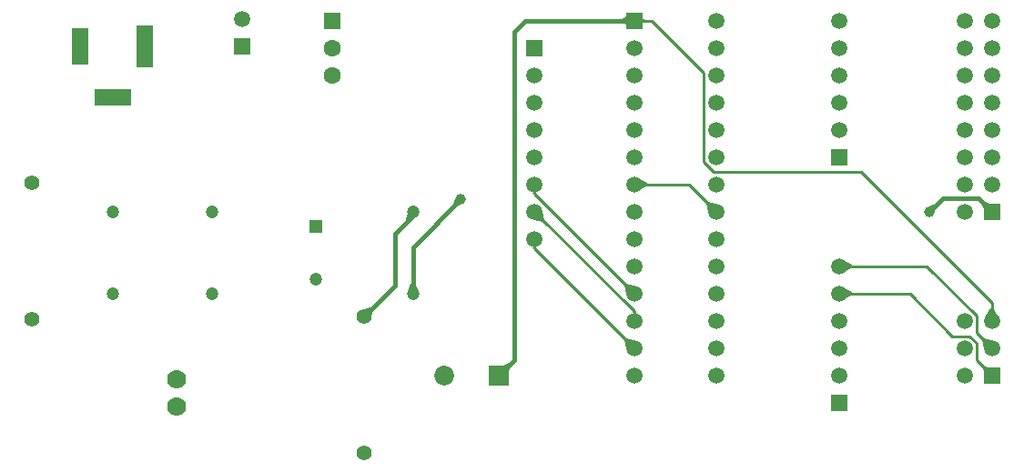
<source format=gbl>
G04*
G04 #@! TF.GenerationSoftware,Altium Limited,Altium Designer,22.8.2 (66)*
G04*
G04 Layer_Physical_Order=2*
G04 Layer_Color=16711680*
%FSLAX25Y25*%
%MOIN*%
G70*
G04*
G04 #@! TF.SameCoordinates,91317C4C-2BB6-42C2-B401-94DFDD073F52*
G04*
G04*
G04 #@! TF.FilePolarity,Positive*
G04*
G01*
G75*
%ADD14C,0.01000*%
%ADD37C,0.01500*%
%ADD38C,0.07000*%
%ADD39C,0.05512*%
%ADD40R,0.07284X0.07284*%
%ADD41C,0.07284*%
%ADD42C,0.04724*%
%ADD43R,0.04724X0.04724*%
%ADD44R,0.06299X0.06299*%
%ADD45C,0.06299*%
%ADD46R,0.05906X0.05906*%
%ADD47C,0.05906*%
%ADD48R,0.05906X0.05906*%
%ADD49R,0.05906X0.15748*%
%ADD50R,0.05906X0.13780*%
%ADD51R,0.13780X0.05906*%
%ADD52C,0.03937*%
G36*
X247059Y201500D02*
Y200500D01*
X245530Y200469D01*
Y201531D01*
X247059Y201500D01*
D02*
G37*
G36*
X248941D02*
Y200500D01*
X247929Y200000D01*
Y202000D01*
X248941Y201500D01*
D02*
G37*
G36*
X242071Y199500D02*
X240559Y200250D01*
Y201750D01*
X242071Y202500D01*
Y199500D01*
D02*
G37*
G36*
X249682Y141500D02*
Y140500D01*
X247109Y138933D01*
Y143067D01*
X249682Y141500D01*
D02*
G37*
G36*
X209000Y137500D02*
X208000D01*
X207861Y138117D01*
X209138D01*
X209000Y137500D01*
D02*
G37*
G36*
X181480Y133532D02*
X179908Y132848D01*
X178848Y133908D01*
X179532Y135480D01*
X181480Y133532D01*
D02*
G37*
G36*
X375181Y133929D02*
X373071Y131819D01*
X371999Y133941D01*
X373059Y135001D01*
X375181Y133929D01*
D02*
G37*
G36*
X274971Y133953D02*
X272047Y131029D01*
X271336Y133957D01*
X272043Y134664D01*
X274971Y133953D01*
D02*
G37*
G36*
X355652Y132592D02*
X354968Y131020D01*
X353020Y132968D01*
X354592Y133652D01*
X355652Y132592D01*
D02*
G37*
G36*
X212164Y128043D02*
X211457Y127336D01*
X208529Y128047D01*
X211453Y130971D01*
X212164Y128043D01*
D02*
G37*
G36*
X164990Y128855D02*
X162786Y127225D01*
X161562Y128122D01*
X161900Y129918D01*
X164990Y128855D01*
D02*
G37*
G36*
X209000Y117500D02*
X208000D01*
X207861Y118117D01*
X209138D01*
X209000Y117500D01*
D02*
G37*
G36*
X324682Y111500D02*
Y110500D01*
X322109Y108933D01*
Y113067D01*
X324682Y111500D01*
D02*
G37*
G36*
X165654Y102687D02*
X162346D01*
X163250Y104657D01*
X164750D01*
X165654Y102687D01*
D02*
G37*
G36*
X244970Y103953D02*
X242047Y101030D01*
X241336Y103957D01*
X242043Y104664D01*
X244970Y103953D01*
D02*
G37*
G36*
X324682Y101500D02*
Y100500D01*
X322109Y98933D01*
Y103067D01*
X324682Y101500D01*
D02*
G37*
G36*
X245638Y93883D02*
X244361D01*
X244500Y94500D01*
X245500D01*
X245638Y93883D01*
D02*
G37*
G36*
X378067Y93109D02*
X373933D01*
X375500Y95682D01*
X376500D01*
X378067Y93109D01*
D02*
G37*
G36*
X149575Y95014D02*
X148756Y92528D01*
X146028Y95256D01*
X148514Y96075D01*
X149575Y95014D01*
D02*
G37*
G36*
X375971Y83953D02*
X373047Y81029D01*
X372336Y83957D01*
X373043Y84664D01*
X375971Y83953D01*
D02*
G37*
G36*
X244970D02*
X242047Y81029D01*
X241336Y83957D01*
X242043Y84664D01*
X244970Y83953D01*
D02*
G37*
G36*
X374474Y73929D02*
X373071Y72527D01*
X372352Y73941D01*
X373059Y74648D01*
X374474Y73929D01*
D02*
G37*
G36*
X200190Y74630D02*
X199118Y72508D01*
X197008Y74618D01*
X199130Y75690D01*
X200190Y74630D01*
D02*
G37*
D14*
X208500Y137500D02*
X245000Y101000D01*
X208500Y137500D02*
Y141000D01*
X270547Y149156D02*
X274203Y145500D01*
X328000D02*
X376000Y97500D01*
X274203Y145500D02*
X328000D01*
X376000Y91000D02*
Y97500D01*
X367844Y85453D02*
X370453Y82844D01*
Y76547D02*
X376000Y71000D01*
X370453Y76547D02*
Y82844D01*
Y86547D02*
Y92844D01*
Y86547D02*
X376000Y81000D01*
X361547Y85453D02*
X367844D01*
X208500Y131000D02*
X245000Y94500D01*
Y91000D02*
Y94500D01*
X208500Y117500D02*
X245000Y81000D01*
X265000Y141000D02*
X275000Y131000D01*
X251613Y201000D02*
X270547Y182065D01*
Y149156D02*
Y182065D01*
X320000Y101000D02*
X346000D01*
X352297Y111000D02*
X370453Y92844D01*
X320000Y111000D02*
X352297D01*
X346000Y101000D02*
X361547Y85453D01*
X208500Y117500D02*
Y121000D01*
X245000Y201000D02*
X251613D01*
X245000Y141000D02*
X265000D01*
D37*
X146000Y92500D02*
X157500Y104000D01*
Y123000D01*
X201000Y76500D02*
Y197000D01*
X205000Y201000D02*
X245000D01*
X201000Y197000D02*
X205000Y201000D01*
X195500Y71000D02*
X201000Y76500D01*
X164000Y118000D02*
X181500Y135500D01*
X164000Y101000D02*
Y118000D01*
X371000Y136000D02*
X376000Y131000D01*
X358000Y136000D02*
X371000D01*
X353000Y131000D02*
X358000Y136000D01*
X163383Y130383D02*
X164000Y131000D01*
X157500Y123000D02*
X163383Y128883D01*
Y130383D01*
D38*
X77500Y59500D02*
D03*
Y69500D02*
D03*
D39*
X146000Y92500D02*
D03*
Y42500D02*
D03*
X24500Y91500D02*
D03*
Y141500D02*
D03*
D40*
X195500Y71000D02*
D03*
D41*
X175500D02*
D03*
D42*
X128500Y106394D02*
D03*
X54000Y101000D02*
D03*
Y131000D02*
D03*
X90500D02*
D03*
Y101000D02*
D03*
X164000D02*
D03*
Y131000D02*
D03*
D43*
X128500Y125606D02*
D03*
D44*
X134500Y201000D02*
D03*
D45*
Y191000D02*
D03*
Y181000D02*
D03*
D46*
X245000Y201000D02*
D03*
D47*
Y191000D02*
D03*
Y181000D02*
D03*
Y171000D02*
D03*
Y161000D02*
D03*
Y151000D02*
D03*
Y141000D02*
D03*
Y131000D02*
D03*
Y121000D02*
D03*
Y111000D02*
D03*
Y101000D02*
D03*
Y91000D02*
D03*
Y81000D02*
D03*
Y71000D02*
D03*
X275000Y201000D02*
D03*
Y191000D02*
D03*
Y181000D02*
D03*
Y171000D02*
D03*
Y161000D02*
D03*
Y151000D02*
D03*
Y141000D02*
D03*
Y131000D02*
D03*
Y121000D02*
D03*
Y111000D02*
D03*
Y101000D02*
D03*
Y91000D02*
D03*
Y81000D02*
D03*
Y71000D02*
D03*
X208500Y181000D02*
D03*
Y171000D02*
D03*
Y161000D02*
D03*
Y151000D02*
D03*
Y141000D02*
D03*
Y131000D02*
D03*
Y121000D02*
D03*
X366000Y201000D02*
D03*
X376000D02*
D03*
X366000Y191000D02*
D03*
X376000D02*
D03*
X366000Y181000D02*
D03*
X376000D02*
D03*
X366000Y171000D02*
D03*
X376000D02*
D03*
X366000Y161000D02*
D03*
X376000D02*
D03*
X366000Y151000D02*
D03*
X376000D02*
D03*
X366000Y141000D02*
D03*
X376000D02*
D03*
X366000Y131000D02*
D03*
X320000Y111000D02*
D03*
Y101000D02*
D03*
Y91000D02*
D03*
Y81000D02*
D03*
Y71000D02*
D03*
Y201000D02*
D03*
Y191000D02*
D03*
Y181000D02*
D03*
Y171000D02*
D03*
Y161000D02*
D03*
X366000Y91000D02*
D03*
X376000D02*
D03*
X366000Y81000D02*
D03*
X376000D02*
D03*
X366000Y71000D02*
D03*
X101500Y201500D02*
D03*
D48*
X208500Y191000D02*
D03*
X376000Y131000D02*
D03*
X320000Y61000D02*
D03*
Y151000D02*
D03*
X376000Y71000D02*
D03*
X101500Y191500D02*
D03*
D49*
X65811D02*
D03*
D50*
X42189D02*
D03*
D51*
X54000Y172996D02*
D03*
D52*
X181500Y135500D02*
D03*
X353000Y131000D02*
D03*
M02*

</source>
